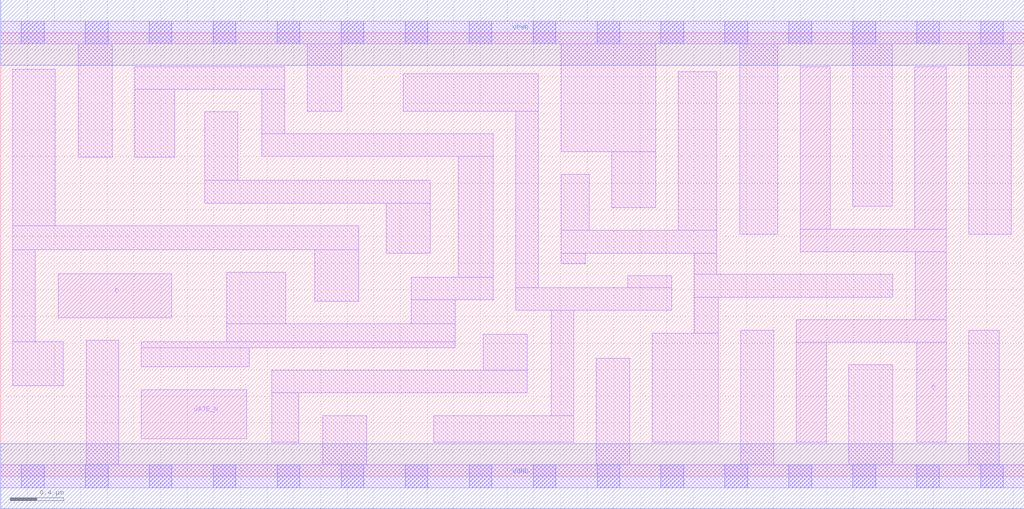
<source format=lef>
# Copyright 2020 The SkyWater PDK Authors
#
# Licensed under the Apache License, Version 2.0 (the "License");
# you may not use this file except in compliance with the License.
# You may obtain a copy of the License at
#
#     https://www.apache.org/licenses/LICENSE-2.0
#
# Unless required by applicable law or agreed to in writing, software
# distributed under the License is distributed on an "AS IS" BASIS,
# WITHOUT WARRANTIES OR CONDITIONS OF ANY KIND, either express or implied.
# See the License for the specific language governing permissions and
# limitations under the License.
#
# SPDX-License-Identifier: Apache-2.0

VERSION 5.7 ;
  NAMESCASESENSITIVE ON ;
  NOWIREEXTENSIONATPIN ON ;
  DIVIDERCHAR "/" ;
  BUSBITCHARS "[]" ;
UNITS
  DATABASE MICRONS 200 ;
END UNITS
MACRO sky130_fd_sc_lp__dlxtn_4
  CLASS CORE ;
  FOREIGN sky130_fd_sc_lp__dlxtn_4 ;
  ORIGIN  0.000000  0.000000 ;
  SIZE  7.680000 BY  3.330000 ;
  SYMMETRY X Y R90 ;
  SITE unit ;
  PIN D
    ANTENNAGATEAREA  0.159000 ;
    DIRECTION INPUT ;
    USE SIGNAL ;
    PORT
      LAYER li1 ;
        RECT 0.430000 1.190000 1.285000 1.520000 ;
    END
  END D
  PIN Q
    ANTENNADIFFAREA  1.176000 ;
    DIRECTION OUTPUT ;
    USE SIGNAL ;
    PORT
      LAYER li1 ;
        RECT 5.970000 0.255000 6.195000 1.005000 ;
        RECT 5.970000 1.005000 7.095000 1.175000 ;
        RECT 6.000000 1.685000 7.095000 1.855000 ;
        RECT 6.000000 1.855000 6.225000 3.075000 ;
        RECT 6.860000 1.855000 7.095000 3.075000 ;
        RECT 6.865000 1.175000 7.095000 1.685000 ;
        RECT 6.875000 0.255000 7.095000 1.005000 ;
    END
  END Q
  PIN GATE_N
    ANTENNAGATEAREA  0.159000 ;
    DIRECTION INPUT ;
    USE CLOCK ;
    PORT
      LAYER li1 ;
        RECT 1.055000 0.280000 1.845000 0.650000 ;
    END
  END GATE_N
  PIN VGND
    DIRECTION INOUT ;
    USE GROUND ;
    PORT
      LAYER met1 ;
        RECT 0.000000 -0.245000 7.680000 0.245000 ;
    END
  END VGND
  PIN VPWR
    DIRECTION INOUT ;
    USE POWER ;
    PORT
      LAYER met1 ;
        RECT 0.000000 3.085000 7.680000 3.575000 ;
    END
  END VPWR
  OBS
    LAYER li1 ;
      RECT 0.000000 -0.085000 7.680000 0.085000 ;
      RECT 0.000000  3.245000 7.680000 3.415000 ;
      RECT 0.090000  0.680000 0.470000 1.010000 ;
      RECT 0.090000  1.010000 0.260000 1.700000 ;
      RECT 0.090000  1.700000 2.685000 1.880000 ;
      RECT 0.090000  1.880000 0.410000 3.055000 ;
      RECT 0.580000  2.395000 0.835000 3.245000 ;
      RECT 0.640000  0.085000 0.885000 1.020000 ;
      RECT 1.005000  2.395000 1.305000 2.905000 ;
      RECT 1.005000  2.905000 2.130000 3.075000 ;
      RECT 1.055000  0.820000 1.865000 0.965000 ;
      RECT 1.055000  0.965000 3.410000 1.010000 ;
      RECT 1.530000  2.050000 3.225000 2.220000 ;
      RECT 1.530000  2.220000 1.780000 2.735000 ;
      RECT 1.695000  1.010000 3.410000 1.145000 ;
      RECT 1.695000  1.145000 2.140000 1.530000 ;
      RECT 1.960000  2.400000 3.695000 2.570000 ;
      RECT 1.960000  2.570000 2.130000 2.905000 ;
      RECT 2.035000  0.255000 2.235000 0.625000 ;
      RECT 2.035000  0.625000 3.950000 0.795000 ;
      RECT 2.300000  2.740000 2.560000 3.245000 ;
      RECT 2.355000  1.315000 2.685000 1.700000 ;
      RECT 2.415000  0.085000 2.745000 0.455000 ;
      RECT 2.895000  1.675000 3.225000 2.050000 ;
      RECT 3.020000  2.740000 4.035000 3.020000 ;
      RECT 3.080000  1.145000 3.410000 1.325000 ;
      RECT 3.080000  1.325000 3.695000 1.495000 ;
      RECT 3.250000  0.255000 4.300000 0.455000 ;
      RECT 3.435000  1.495000 3.695000 2.400000 ;
      RECT 3.620000  0.795000 3.950000 1.065000 ;
      RECT 3.865000  1.245000 5.035000 1.415000 ;
      RECT 3.865000  1.415000 4.035000 2.740000 ;
      RECT 4.130000  0.455000 4.300000 1.245000 ;
      RECT 4.205000  1.595000 4.385000 1.675000 ;
      RECT 4.205000  1.675000 5.375000 1.845000 ;
      RECT 4.205000  1.845000 4.415000 2.265000 ;
      RECT 4.205000  2.435000 4.915000 3.245000 ;
      RECT 4.470000  0.085000 4.720000 0.885000 ;
      RECT 4.585000  2.015000 4.915000 2.435000 ;
      RECT 4.705000  1.415000 5.035000 1.505000 ;
      RECT 4.890000  0.255000 5.385000 1.075000 ;
      RECT 5.085000  1.845000 5.375000 3.035000 ;
      RECT 5.205000  1.075000 5.385000 1.345000 ;
      RECT 5.205000  1.345000 6.695000 1.515000 ;
      RECT 5.205000  1.515000 5.375000 1.675000 ;
      RECT 5.545000  1.815000 5.830000 3.245000 ;
      RECT 5.555000  0.085000 5.800000 1.095000 ;
      RECT 6.365000  0.085000 6.695000 0.835000 ;
      RECT 6.395000  2.025000 6.690000 3.245000 ;
      RECT 7.265000  0.085000 7.495000 1.095000 ;
      RECT 7.265000  1.815000 7.585000 3.245000 ;
    LAYER mcon ;
      RECT 0.155000 -0.085000 0.325000 0.085000 ;
      RECT 0.155000  3.245000 0.325000 3.415000 ;
      RECT 0.635000 -0.085000 0.805000 0.085000 ;
      RECT 0.635000  3.245000 0.805000 3.415000 ;
      RECT 1.115000 -0.085000 1.285000 0.085000 ;
      RECT 1.115000  3.245000 1.285000 3.415000 ;
      RECT 1.595000 -0.085000 1.765000 0.085000 ;
      RECT 1.595000  3.245000 1.765000 3.415000 ;
      RECT 2.075000 -0.085000 2.245000 0.085000 ;
      RECT 2.075000  3.245000 2.245000 3.415000 ;
      RECT 2.555000 -0.085000 2.725000 0.085000 ;
      RECT 2.555000  3.245000 2.725000 3.415000 ;
      RECT 3.035000 -0.085000 3.205000 0.085000 ;
      RECT 3.035000  3.245000 3.205000 3.415000 ;
      RECT 3.515000 -0.085000 3.685000 0.085000 ;
      RECT 3.515000  3.245000 3.685000 3.415000 ;
      RECT 3.995000 -0.085000 4.165000 0.085000 ;
      RECT 3.995000  3.245000 4.165000 3.415000 ;
      RECT 4.475000 -0.085000 4.645000 0.085000 ;
      RECT 4.475000  3.245000 4.645000 3.415000 ;
      RECT 4.955000 -0.085000 5.125000 0.085000 ;
      RECT 4.955000  3.245000 5.125000 3.415000 ;
      RECT 5.435000 -0.085000 5.605000 0.085000 ;
      RECT 5.435000  3.245000 5.605000 3.415000 ;
      RECT 5.915000 -0.085000 6.085000 0.085000 ;
      RECT 5.915000  3.245000 6.085000 3.415000 ;
      RECT 6.395000 -0.085000 6.565000 0.085000 ;
      RECT 6.395000  3.245000 6.565000 3.415000 ;
      RECT 6.875000 -0.085000 7.045000 0.085000 ;
      RECT 6.875000  3.245000 7.045000 3.415000 ;
      RECT 7.355000 -0.085000 7.525000 0.085000 ;
      RECT 7.355000  3.245000 7.525000 3.415000 ;
  END
END sky130_fd_sc_lp__dlxtn_4
END LIBRARY

</source>
